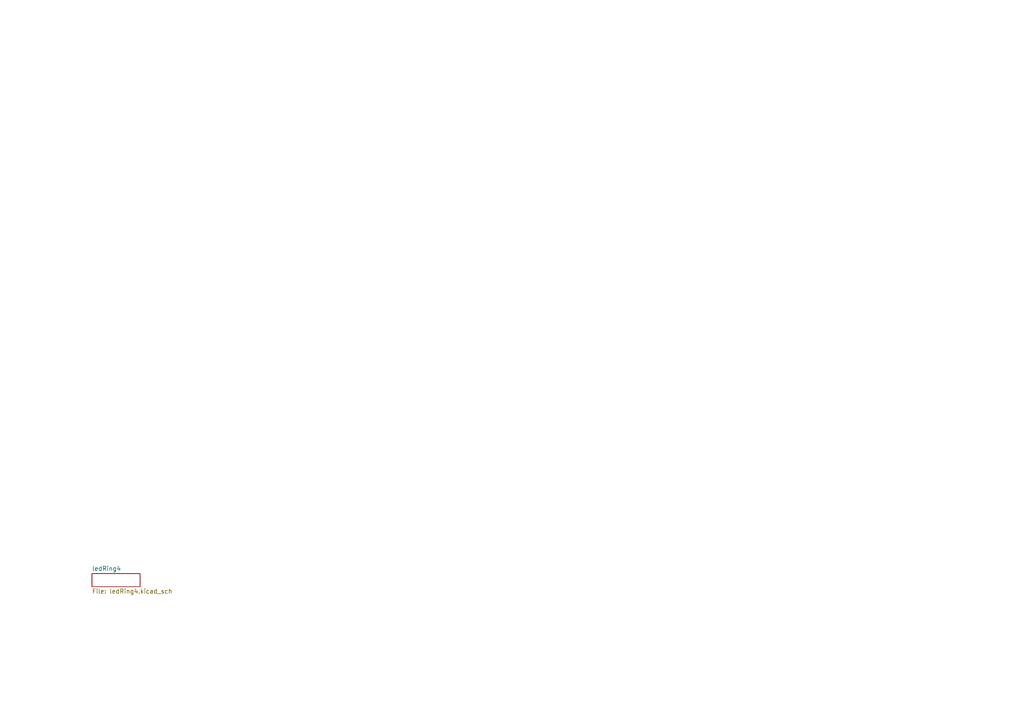
<source format=kicad_sch>
(kicad_sch
	(version 20250114)
	(generator "eeschema")
	(generator_version "9.0")
	(uuid "e70b5343-6e83-46b0-b96e-745e0612c526")
	(paper "A4")
	(lib_symbols)
	(sheet
		(at 26.67 166.37)
		(size 13.97 3.81)
		(exclude_from_sim no)
		(in_bom yes)
		(on_board yes)
		(dnp no)
		(fields_autoplaced yes)
		(stroke
			(width 0.1524)
			(type solid)
		)
		(fill
			(color 0 0 0 0.0000)
		)
		(uuid "6db85628-77e5-457f-b161-d7d324c73fc7")
		(property "Sheetname" "ledRing4"
			(at 26.67 165.6584 0)
			(effects
				(font
					(size 1.27 1.27)
				)
				(justify left bottom)
			)
		)
		(property "Sheetfile" "ledRing4.kicad_sch"
			(at 26.67 170.7646 0)
			(effects
				(font
					(size 1.27 1.27)
				)
				(justify left top)
			)
		)
		(instances
			(project "NiController_ledRing4"
				(path "/e70b5343-6e83-46b0-b96e-745e0612c526"
					(page "43")
				)
			)
		)
	)
	(sheet_instances
		(path "/"
			(page "1")
		)
	)
	(embedded_fonts no)
)

</source>
